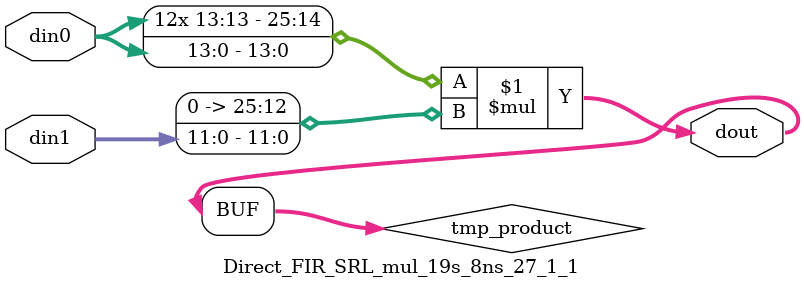
<source format=v>

`timescale 1 ns / 1 ps

 module Direct_FIR_SRL_mul_19s_8ns_27_1_1(din0, din1, dout);
parameter ID = 1;
parameter NUM_STAGE = 0;
parameter din0_WIDTH = 14;
parameter din1_WIDTH = 12;
parameter dout_WIDTH = 26;

input [din0_WIDTH - 1 : 0] din0; 
input [din1_WIDTH - 1 : 0] din1; 
output [dout_WIDTH - 1 : 0] dout;

wire signed [dout_WIDTH - 1 : 0] tmp_product;


























assign tmp_product = $signed(din0) * $signed({1'b0, din1});









assign dout = tmp_product;





















endmodule

</source>
